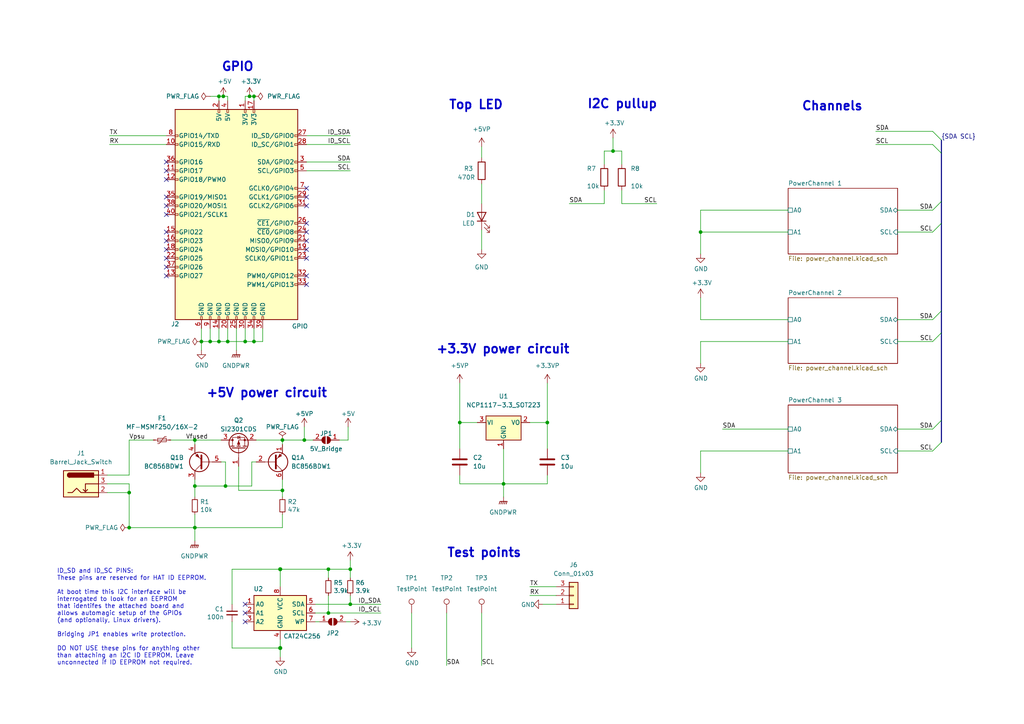
<source format=kicad_sch>
(kicad_sch (version 20211123) (generator eeschema)
  (paper "A4")
  (title_block (title "${DISPLAY_NAME}") (date "15 nov 2012") (rev "v${VERSION}") (comment 1 "URL: ${URL}"))
  (lib_symbols
    (symbol "Connector:Barrel_Jack_Switch" (pin_names hide)
      (property "Reference" "J" (at 0 5.334 0))
      (property "Value" "Barrel_Jack_Switch" (at 0 -5.08 0))
      (symbol "Barrel_Jack_Switch_0_1"
        (rectangle (start -5.08 3.81) (end 5.08 -3.81) (stroke (width 0.254)) (fill (type background)))
        (arc (start -3.302 3.175) (mid -3.937 2.54) (end -3.302 1.905) (stroke (width 0.254)))
        (arc (start -3.302 3.175) (mid -3.937 2.54) (end -3.302 1.905) (stroke (width 0.254)) (fill (type outline)))
        (polyline (pts (xy 1.27 -2.286) (xy 1.905 -1.651)) (stroke (width 0.254)))
        (polyline (pts (xy 5.08 2.54) (xy 3.81 2.54)) (stroke (width 0.254)))
        (polyline (pts (xy 5.08 0) (xy 1.27 0) (xy 1.27 -2.286) (xy 0.635 -1.651)) (stroke (width 0.254)))
        (polyline (pts (xy -3.81 -2.54) (xy -2.54 -2.54) (xy -1.27 -1.27) (xy 0 -2.54) (xy 2.54 -2.54) (xy 5.08 -2.54)) (stroke (width 0.254)))
        (rectangle (start 3.683 3.175) (end -3.302 1.905) (stroke (width 0.254)) (fill (type outline)))
      )
      (symbol "Barrel_Jack_Switch_1_1"
        (pin passive line (at 7.62 2.54 180) (length 2.54) (name "~") (number "1"))
        (pin passive line (at 7.62 -2.54 180) (length 2.54) (name "~") (number "2"))
        (pin passive line (at 7.62 0 180) (length 2.54) (name "~") (number "3"))
      )
    )
    (symbol "Connector:Raspberry_Pi_2_3" (pin_names (offset 1.016))
      (property "Reference" "J" (at -17.78 31.75 0))
      (property "Value" "Raspberry_Pi_2_3" (at 10.16 -31.75 0))
      (symbol "Raspberry_Pi_2_3_0_1"
        (rectangle (start -17.78 30.48) (end 17.78 -30.48) (stroke (width 0.254)) (fill (type background)))
      )
      (symbol "Raspberry_Pi_2_3_1_1"
        (rectangle (start -16.891 -17.526) (end -17.78 -18.034))
        (rectangle (start -16.891 -14.986) (end -17.78 -15.494))
        (rectangle (start -16.891 -12.446) (end -17.78 -12.954))
        (rectangle (start -16.891 -9.906) (end -17.78 -10.414))
        (rectangle (start -16.891 -7.366) (end -17.78 -7.874))
        (rectangle (start -16.891 -4.826) (end -17.78 -5.334))
        (rectangle (start -16.891 0.254) (end -17.78 -0.254))
        (rectangle (start -16.891 2.794) (end -17.78 2.286))
        (rectangle (start -16.891 5.334) (end -17.78 4.826))
        (rectangle (start -16.891 10.414) (end -17.78 9.906))
        (rectangle (start -16.891 12.954) (end -17.78 12.446))
        (rectangle (start -16.891 15.494) (end -17.78 14.986))
        (rectangle (start -16.891 20.574) (end -17.78 20.066))
        (rectangle (start -16.891 23.114) (end -17.78 22.606))
        (rectangle (start -10.414 -29.591) (end -9.906 -30.48))
        (rectangle (start -7.874 -29.591) (end -7.366 -30.48))
        (rectangle (start -5.334 -29.591) (end -4.826 -30.48))
        (rectangle (start -5.334 30.48) (end -4.826 29.591))
        (rectangle (start -2.794 -29.591) (end -2.286 -30.48))
        (rectangle (start -2.794 30.48) (end -2.286 29.591))
        (rectangle (start -0.254 -29.591) (end 0.254 -30.48))
        (rectangle (start 2.286 -29.591) (end 2.794 -30.48))
        (rectangle (start 2.286 30.48) (end 2.794 29.591))
        (rectangle (start 4.826 -29.591) (end 5.334 -30.48))
        (rectangle (start 4.826 30.48) (end 5.334 29.591))
        (rectangle (start 7.366 -29.591) (end 7.874 -30.48))
        (rectangle (start 17.78 -20.066) (end 16.891 -20.574))
        (rectangle (start 17.78 -17.526) (end 16.891 -18.034))
        (rectangle (start 17.78 -12.446) (end 16.891 -12.954))
        (rectangle (start 17.78 -9.906) (end 16.891 -10.414))
        (rectangle (start 17.78 -7.366) (end 16.891 -7.874))
        (rectangle (start 17.78 -4.826) (end 16.891 -5.334))
        (rectangle (start 17.78 -2.286) (end 16.891 -2.794))
        (rectangle (start 17.78 2.794) (end 16.891 2.286))
        (rectangle (start 17.78 5.334) (end 16.891 4.826))
        (rectangle (start 17.78 7.874) (end 16.891 7.366))
        (rectangle (start 17.78 12.954) (end 16.891 12.446))
        (rectangle (start 17.78 15.494) (end 16.891 14.986))
        (rectangle (start 17.78 20.574) (end 16.891 20.066))
        (rectangle (start 17.78 23.114) (end 16.891 22.606))
        (pin power_in line (at 2.54 33.02 270) (length 2.54) (name "3V3") (number "1"))
        (pin bidirectional line (at -20.32 20.32 0) (length 2.54) (name "GPIO15/RXD") (number "10"))
        (pin bidirectional line (at -20.32 12.7 0) (length 2.54) (name "GPIO17") (number "11"))
        (pin bidirectional line (at -20.32 10.16 0) (length 2.54) (name "GPIO18/PWM0") (number "12"))
        (pin bidirectional line (at -20.32 -17.78 0) (length 2.54) (name "GPIO27") (number "13"))
        (pin power_in line (at -5.08 -33.02 90) (length 2.54) (name "GND") (number "14"))
        (pin bidirectional line (at -20.32 -5.08 0) (length 2.54) (name "GPIO22") (number "15"))
        (pin bidirectional line (at -20.32 -7.62 0) (length 2.54) (name "GPIO23") (number "16"))
        (pin power_in line (at 5.08 33.02 270) (length 2.54) (name "3V3") (number "17"))
        (pin bidirectional line (at -20.32 -10.16 0) (length 2.54) (name "GPIO24") (number "18"))
        (pin bidirectional line (at 20.32 -10.16 180) (length 2.54) (name "MOSI0/GPIO10") (number "19"))
        (pin power_in line (at -5.08 33.02 270) (length 2.54) (name "5V") (number "2"))
        (pin power_in line (at -2.54 -33.02 90) (length 2.54) (name "GND") (number "20"))
        (pin bidirectional line (at 20.32 -7.62 180) (length 2.54) (name "MISO0/GPIO9") (number "21"))
        (pin bidirectional line (at -20.32 -12.7 0) (length 2.54) (name "GPIO25") (number "22"))
        (pin bidirectional line (at 20.32 -12.7 180) (length 2.54) (name "SCLK0/GPIO11") (number "23"))
        (pin bidirectional line (at 20.32 -5.08 180) (length 2.54) (name "~{CE0}/GPIO8") (number "24"))
        (pin power_in line (at 0 -33.02 90) (length 2.54) (name "GND") (number "25"))
        (pin bidirectional line (at 20.32 -2.54 180) (length 2.54) (name "~{CE1}/GPIO7") (number "26"))
        (pin bidirectional line (at 20.32 22.86 180) (length 2.54) (name "ID_SD/GPIO0") (number "27"))
        (pin bidirectional line (at 20.32 20.32 180) (length 2.54) (name "ID_SC/GPIO1") (number "28"))
        (pin bidirectional line (at 20.32 5.08 180) (length 2.54) (name "GCLK1/GPIO5") (number "29"))
        (pin bidirectional line (at 20.32 15.24 180) (length 2.54) (name "SDA/GPIO2") (number "3"))
        (pin power_in line (at 2.54 -33.02 90) (length 2.54) (name "GND") (number "30"))
        (pin bidirectional line (at 20.32 2.54 180) (length 2.54) (name "GCLK2/GPIO6") (number "31"))
        (pin bidirectional line (at 20.32 -17.78 180) (length 2.54) (name "PWM0/GPIO12") (number "32"))
        (pin bidirectional line (at 20.32 -20.32 180) (length 2.54) (name "PWM1/GPIO13") (number "33"))
        (pin power_in line (at 5.08 -33.02 90) (length 2.54) (name "GND") (number "34"))
        (pin bidirectional line (at -20.32 5.08 0) (length 2.54) (name "GPIO19/MISO1") (number "35"))
        (pin bidirectional line (at -20.32 15.24 0) (length 2.54) (name "GPIO16") (number "36"))
        (pin bidirectional line (at -20.32 -15.24 0) (length 2.54) (name "GPIO26") (number "37"))
        (pin bidirectional line (at -20.32 2.54 0) (length 2.54) (name "GPIO20/MOSI1") (number "38"))
        (pin power_in line (at 7.62 -33.02 90) (length 2.54) (name "GND") (number "39"))
        (pin power_in line (at -2.54 33.02 270) (length 2.54) (name "5V") (number "4"))
        (pin bidirectional line (at -20.32 0 0) (length 2.54) (name "GPIO21/SCLK1") (number "40"))
        (pin bidirectional line (at 20.32 12.7 180) (length 2.54) (name "SCL/GPIO3") (number "5"))
        (pin power_in line (at -10.16 -33.02 90) (length 2.54) (name "GND") (number "6"))
        (pin bidirectional line (at 20.32 7.62 180) (length 2.54) (name "GCLK0/GPIO4") (number "7"))
        (pin bidirectional line (at -20.32 22.86 0) (length 2.54) (name "GPIO14/TXD") (number "8"))
        (pin power_in line (at -7.62 -33.02 90) (length 2.54) (name "GND") (number "9"))
      )
    )
    (symbol "Connector:TestPoint" (pin_numbers hide) (pin_names (offset 0.762) hide)
      (property "Reference" "TP" (at 0 6.858 0))
      (property "Value" "TestPoint" (at 0 5.08 0))
      (symbol "TestPoint_0_1"
        (circle (center 0 3.302) (radius 0.762))
      )
      (symbol "TestPoint_1_1"
        (pin passive line (at 0 0 90) (length 2.54) (name "1") (number "1"))
      )
    )
    (symbol "Connector_Generic:Conn_01x03" (pin_names (offset 1.016) hide)
      (property "Reference" "J" (at 0 5.08 0))
      (property "Value" "Conn_01x03" (at 0 -5.08 0))
      (symbol "Conn_01x03_1_1"
        (rectangle (start -1.27 -2.413) (end 0 -2.667) (stroke (width 0.1524)))
        (rectangle (start -1.27 0.127) (end 0 -0.127) (stroke (width 0.1524)))
        (rectangle (start -1.27 2.667) (end 0 2.413) (stroke (width 0.1524)))
        (rectangle (start -1.27 3.81) (end 1.27 -3.81) (stroke (width 0.254)) (fill (type background)))
        (pin passive line (at -5.08 2.54 0) (length 3.81) (name "Pin_1") (number "1"))
        (pin passive line (at -5.08 0 0) (length 3.81) (name "Pin_2") (number "2"))
        (pin passive line (at -5.08 -2.54 0) (length 3.81) (name "Pin_3") (number "3"))
      )
    )
    (symbol "Device:C" (pin_numbers hide) (pin_names (offset 0.254))
      (property "Reference" "C" (at 0.635 2.54 0))
      (property "Value" "C" (at 0.635 -2.54 0))
      (symbol "C_0_1"
        (polyline (pts (xy -2.032 -0.762) (xy 2.032 -0.762)) (stroke (width 0.508)))
        (polyline (pts (xy -2.032 0.762) (xy 2.032 0.762)) (stroke (width 0.508)))
      )
      (symbol "C_1_1"
        (pin passive line (at 0 3.81 270) (length 2.794) (name "~") (number "1"))
        (pin passive line (at 0 -3.81 90) (length 2.794) (name "~") (number "2"))
      )
    )
    (symbol "Device:C_Small" (pin_numbers hide) (pin_names (offset 0.254) hide)
      (property "Reference" "C" (at 0.254 1.778 0))
      (property "Value" "C_Small" (at 0.254 -2.032 0))
      (symbol "C_Small_0_1"
        (polyline (pts (xy -1.524 -0.508) (xy 1.524 -0.508)) (stroke (width 0.3302)))
        (polyline (pts (xy -1.524 0.508) (xy 1.524 0.508)) (stroke (width 0.3048)))
      )
      (symbol "C_Small_1_1"
        (pin passive line (at 0 2.54 270) (length 2.032) (name "~") (number "1"))
        (pin passive line (at 0 -2.54 90) (length 2.032) (name "~") (number "2"))
      )
    )
    (symbol "Device:LED" (pin_numbers hide) (pin_names (offset 1.016) hide)
      (property "Reference" "D" (at 0 2.54 0))
      (property "Value" "LED" (at 0 -2.54 0))
      (symbol "LED_0_1"
        (polyline (pts (xy -1.27 -1.27) (xy -1.27 1.27)) (stroke (width 0.254)))
        (polyline (pts (xy -1.27 0) (xy 1.27 0)))
        (polyline (pts (xy 1.27 -1.27) (xy 1.27 1.27) (xy -1.27 0) (xy 1.27 -1.27)) (stroke (width 0.254)))
        (polyline (pts (xy -3.048 -0.762) (xy -4.572 -2.286) (xy -3.81 -2.286) (xy -4.572 -2.286) (xy -4.572 -1.524)))
        (polyline (pts (xy -1.778 -0.762) (xy -3.302 -2.286) (xy -2.54 -2.286) (xy -3.302 -2.286) (xy -3.302 -1.524)))
      )
      (symbol "LED_1_1"
        (pin passive line (at -3.81 0 0) (length 2.54) (name "K") (number "1"))
        (pin passive line (at 3.81 0 180) (length 2.54) (name "A") (number "2"))
      )
    )
    (symbol "Device:Polyfuse_Small" (pin_numbers hide) (pin_names (offset 0))
      (property "Reference" "F" (at -1.905 0 90))
      (property "Value" "Polyfuse_Small" (at 1.905 0 90))
      (symbol "Polyfuse_Small_0_1"
        (rectangle (start -0.508 1.27) (end 0.508 -1.27))
        (polyline (pts (xy 0 2.54) (xy 0 -2.54)))
        (polyline (pts (xy -1.016 1.27) (xy -1.016 0.762) (xy 1.016 -0.762) (xy 1.016 -1.27)))
      )
      (symbol "Polyfuse_Small_1_1"
        (pin passive line (at 0 2.54 270) (length 0.635) (name "~") (number "1"))
        (pin passive line (at 0 -2.54 90) (length 0.635) (name "~") (number "2"))
      )
    )
    (symbol "Device:R" (pin_numbers hide) (pin_names (offset 0))
      (property "Reference" "R" (at 2.032 0 90))
      (property "Value" "R" (at 0 0 90))
      (symbol "R_0_1"
        (rectangle (start -1.016 -2.54) (end 1.016 2.54) (stroke (width 0.254)))
      )
      (symbol "R_1_1"
        (pin passive line (at 0 3.81 270) (length 1.27) (name "~") (number "1"))
        (pin passive line (at 0 -3.81 90) (length 1.27) (name "~") (number "2"))
      )
    )
    (symbol "Device:R_Small" (pin_numbers hide) (pin_names (offset 0.254) hide)
      (property "Reference" "R" (at 0.762 0.508 0))
      (property "Value" "R_Small" (at 0.762 -1.016 0))
      (symbol "R_Small_0_1"
        (rectangle (start -0.762 1.778) (end 0.762 -1.778) (stroke (width 0.2032)))
      )
      (symbol "R_Small_1_1"
        (pin passive line (at 0 2.54 270) (length 0.762) (name "~") (number "1"))
        (pin passive line (at 0 -2.54 90) (length 0.762) (name "~") (number "2"))
      )
    )
    (symbol "Jumper:SolderJumper_2_Open" (pin_names (offset 0) hide)
      (property "Reference" "JP" (at 0 2.032 0))
      (property "Value" "SolderJumper_2_Open" (at 0 -2.54 0))
      (symbol "SolderJumper_2_Open_0_1"
        (arc (start -0.254 1.016) (mid -1.27 0) (end -0.254 -1.016))
        (arc (start -0.254 1.016) (mid -1.27 0) (end -0.254 -1.016) (fill (type outline)))
        (polyline (pts (xy -0.254 1.016) (xy -0.254 -1.016)))
        (polyline (pts (xy 0.254 1.016) (xy 0.254 -1.016)))
        (arc (start 0.254 -1.016) (mid 1.27 0) (end 0.254 1.016))
        (arc (start 0.254 -1.016) (mid 1.27 0) (end 0.254 1.016) (fill (type outline)))
      )
      (symbol "SolderJumper_2_Open_1_1"
        (pin passive line (at -3.81 0 0) (length 2.54) (name "A") (number "1"))
        (pin passive line (at 3.81 0 180) (length 2.54) (name "B") (number "2"))
      )
    )
    (symbol "Memory_EEPROM:CAT24C256"
      (property "Reference" "U" (at -6.35 6.35 0))
      (property "Value" "CAT24C256" (at 1.27 6.35 0))
      (symbol "CAT24C256_1_1"
        (rectangle (start -7.62 5.08) (end 7.62 -5.08) (stroke (width 0.254)) (fill (type background)))
        (pin input line (at -10.16 2.54 0) (length 2.54) (name "A0") (number "1"))
        (pin input line (at -10.16 0 0) (length 2.54) (name "A1") (number "2"))
        (pin input line (at -10.16 -2.54 0) (length 2.54) (name "A2") (number "3"))
        (pin power_in line (at 0 -7.62 90) (length 2.54) (name "GND") (number "4"))
        (pin bidirectional line (at 10.16 2.54 180) (length 2.54) (name "SDA") (number "5"))
        (pin input line (at 10.16 0 180) (length 2.54) (name "SCL") (number "6"))
        (pin input line (at 10.16 -2.54 180) (length 2.54) (name "WP") (number "7"))
        (pin power_in line (at 0 7.62 270) (length 2.54) (name "VCC") (number "8"))
      )
    )
    (symbol "Regulator_Linear:NCP1117-3.3_SOT223" (pin_names (offset 0.254))
      (property "Reference" "U" (at -3.81 3.175 0))
      (property "Value" "NCP1117-3.3_SOT223" (at 0 3.175 0))
      (symbol "NCP1117-3.3_SOT223_0_1"
        (rectangle (start -5.08 -5.08) (end 5.08 1.905) (stroke (width 0.254)) (fill (type background)))
      )
      (symbol "NCP1117-3.3_SOT223_1_1"
        (pin power_in line (at 0 -7.62 90) (length 2.54) (name "GND") (number "1"))
        (pin power_out line (at 7.62 0 180) (length 2.54) (name "VO") (number "2"))
        (pin power_in line (at -7.62 0 0) (length 2.54) (name "VI") (number "3"))
      )
    )
    (symbol "Transistor_BJT:BC856BDW1" (pin_names (offset 0) hide)
      (property "Reference" "Q" (at 5.08 1.27 0))
      (property "Value" "BC856BDW1" (at 5.08 -1.27 0))
      (symbol "BC856BDW1_0_1"
        (polyline (pts (xy 0.635 0) (xy -2.54 0)))
        (polyline (pts (xy 0.635 0.635) (xy 2.54 2.54)))
        (polyline (pts (xy 0.635 -0.635) (xy 2.54 -2.54) (xy 2.54 -2.54)))
        (polyline (pts (xy 0.635 1.905) (xy 0.635 -1.905) (xy 0.635 -1.905)) (stroke (width 0.508)))
        (polyline (pts (xy 2.286 -1.778) (xy 1.778 -2.286) (xy 1.27 -1.27) (xy 2.286 -1.778) (xy 2.286 -1.778)) (fill (type outline)))
        (circle (center 1.27 0) (radius 2.8194) (stroke (width 0.254)))
      )
      (symbol "BC856BDW1_1_1"
        (pin passive line (at 2.54 -5.08 90) (length 2.54) (name "E1") (number "1"))
        (pin input line (at -5.08 0 0) (length 2.54) (name "B1") (number "2"))
        (pin passive line (at 2.54 5.08 270) (length 2.54) (name "C1") (number "6"))
      )
      (symbol "BC856BDW1_2_1"
        (pin passive line (at 2.54 5.08 270) (length 2.54) (name "C2") (number "3"))
        (pin passive line (at 2.54 -5.08 90) (length 2.54) (name "E2") (number "4"))
        (pin input line (at -5.08 0 0) (length 2.54) (name "B2") (number "5"))
      )
    )
    (symbol "power:+3.3V" (power) (pin_names (offset 0))
      (property "Value" "+3.3V" (at 0 3.556 0))
      (symbol "+3.3V_0_1"
        (polyline (pts (xy -0.762 1.27) (xy 0 2.54)))
        (polyline (pts (xy 0 0) (xy 0 2.54)))
        (polyline (pts (xy 0 2.54) (xy 0.762 1.27)))
      )
      (symbol "+3.3V_1_1"
        (pin power_in line (at 0 0 90) (length 0) hide (name "+3.3V") (number "1"))
      )
    )
    (symbol "power:+3.3VP" (power) (pin_names (offset 0))
      (property "Value" "+3.3VP" (at 0 2.54 0))
      (symbol "+3.3VP_0_0"
        (pin power_in line (at 0 0 90) (length 0) hide (name "+3.3VP") (number "1"))
      )
      (symbol "+3.3VP_0_1"
        (polyline (pts (xy -0.762 1.27) (xy 0 2.54)))
        (polyline (pts (xy 0 0) (xy 0 2.54)))
        (polyline (pts (xy 0 2.54) (xy 0.762 1.27)))
      )
    )
    (symbol "power:+5V" (power) (pin_names (offset 0))
      (property "Value" "+5V" (at 0 3.556 0))
      (symbol "+5V_0_1"
        (polyline (pts (xy -0.762 1.27) (xy 0 2.54)))
        (polyline (pts (xy 0 0) (xy 0 2.54)))
        (polyline (pts (xy 0 2.54) (xy 0.762 1.27)))
      )
      (symbol "+5V_1_1"
        (pin power_in line (at 0 0 90) (length 0) hide (name "+5V") (number "1"))
      )
    )
    (symbol "power:+5VP" (power) (pin_names (offset 0))
      (property "Value" "+5VP" (at 0 3.556 0))
      (symbol "+5VP_0_1"
        (polyline (pts (xy -0.762 1.27) (xy 0 2.54)))
        (polyline (pts (xy 0 0) (xy 0 2.54)))
        (polyline (pts (xy 0 2.54) (xy 0.762 1.27)))
      )
      (symbol "+5VP_1_1"
        (pin power_in line (at 0 0 90) (length 0) hide (name "+5VP") (number "1"))
      )
    )
    (symbol "power:GND" (power) (pin_names (offset 0))
      (property "Value" "GND" (at 0 -3.81 0))
      (symbol "GND_0_1"
        (polyline (pts (xy 0 0) (xy 0 -1.27) (xy 1.27 -1.27) (xy 0 -2.54) (xy -1.27 -1.27) (xy 0 -1.27)))
      )
      (symbol "GND_1_1"
        (pin power_in line (at 0 0 270) (length 0) hide (name "GND") (number "1"))
      )
    )
    (symbol "power:GNDPWR" (power) (pin_names (offset 0))
      (property "Value" "GNDPWR" (at 0 -3.302 0))
      (symbol "GNDPWR_0_1"
        (polyline (pts (xy 0 -1.27) (xy 0 0)))
        (polyline (pts (xy -1.016 -1.27) (xy -1.27 -2.032) (xy -1.27 -2.032)) (stroke (width 0.2032)))
        (polyline (pts (xy -0.508 -1.27) (xy -0.762 -2.032) (xy -0.762 -2.032)) (stroke (width 0.2032)))
        (polyline (pts (xy 0 -1.27) (xy -0.254 -2.032) (xy -0.254 -2.032)) (stroke (width 0.2032)))
        (polyline (pts (xy 0.508 -1.27) (xy 0.254 -2.032) (xy 0.254 -2.032)) (stroke (width 0.2032)))
        (polyline (pts (xy 1.016 -1.27) (xy -1.016 -1.27) (xy -1.016 -1.27)) (stroke (width 0.2032)))
        (polyline (pts (xy 1.016 -1.27) (xy 0.762 -2.032) (xy 0.762 -2.032) (xy 0.762 -2.032)) (stroke (width 0.2032)))
      )
      (symbol "GNDPWR_1_1"
        (pin power_in line (at 0 0 270) (length 0) hide (name "GNDPWR") (number "1"))
      )
    )
    (symbol "power:PWR_FLAG" (power) (pin_numbers hide) (pin_names (offset 0) hide)
      (property "Value" "PWR_FLAG" (at 0 3.81 0))
      (symbol "PWR_FLAG_0_0"
        (pin power_out line (at 0 0 90) (length 0) (name "pwr") (number "1"))
      )
      (symbol "PWR_FLAG_0_1"
        (polyline (pts (xy 0 0) (xy 0 1.27) (xy -1.016 1.905) (xy 0 2.54) (xy 1.016 1.905) (xy 0 1.27)))
      )
    )
    (symbol "shared_components:P-Channel_MOSFET,_SOT-23" (pin_names hide)
      (property "Reference" "Q" (at 5.08 1.905 0))
      (property "Value" "P-Channel_MOSFET,_SOT-23" (at 5.08 0 0))
      (symbol "P-Channel_MOSFET,_SOT-23_0_1"
        (polyline (pts (xy 0.254 0) (xy -2.54 0)))
        (polyline (pts (xy 0.254 1.905) (xy 0.254 -1.905)) (stroke (width 0.254)))
        (polyline (pts (xy 0.762 -1.27) (xy 0.762 -2.286)) (stroke (width 0.254)))
        (polyline (pts (xy 0.762 0.508) (xy 0.762 -0.508)) (stroke (width 0.254)))
        (polyline (pts (xy 0.762 2.286) (xy 0.762 1.27)) (stroke (width 0.254)))
        (polyline (pts (xy 2.54 2.54) (xy 2.54 1.778)))
        (polyline (pts (xy 2.54 -2.54) (xy 2.54 0) (xy 0.762 0)))
        (polyline (pts (xy 0.762 1.778) (xy 3.302 1.778) (xy 3.302 -1.778) (xy 0.762 -1.778)))
        (polyline (pts (xy 2.286 0) (xy 1.27 0.381) (xy 1.27 -0.381) (xy 2.286 0)) (fill (type outline)))
        (polyline (pts (xy 2.794 -0.508) (xy 2.921 -0.381) (xy 3.683 -0.381) (xy 3.81 -0.254)))
        (polyline (pts (xy 3.302 -0.381) (xy 2.921 0.254) (xy 3.683 0.254) (xy 3.302 -0.381)))
        (circle (center 1.651 0) (radius 2.794) (stroke (width 0.254)))
        (circle (center 2.54 -1.778) (radius 0.254) (fill (type outline)))
        (circle (center 2.54 1.778) (radius 0.254) (fill (type outline)))
      )
      (symbol "P-Channel_MOSFET,_SOT-23_1_1"
        (pin input line (at -5.08 0 0) (length 2.54) (name "G") (number "1"))
        (pin passive line (at 2.54 -5.08 90) (length 2.54) (name "S") (number "2"))
        (pin passive line (at 2.54 5.08 270) (length 2.54) (name "D") (number "3"))
      )
    )
  )
  (junction (at 203.2 67.31))
  (junction (at 81.28 187.96) (diameter 1.016))
  (junction (at 71.12 99.06))
  (junction (at 63.5 99.06))
  (junction (at 81.28 165.1) (diameter 1.016))
  (junction (at 81.915 127.635))
  (junction (at 73.66 99.06))
  (junction (at 66.04 99.06))
  (junction (at 56.515 140.97))
  (junction (at 65.405 140.97))
  (junction (at 64.77 27.94))
  (junction (at 146.05 140.335))
  (junction (at 72.39 27.94))
  (junction (at 73.66 27.94))
  (junction (at 88.265 127.635))
  (junction (at 158.75 122.555))
  (junction (at 56.515 127.635))
  (junction (at 60.96 99.06))
  (junction (at 56.515 153.035))
  (junction (at 95.25 165.1))
  (junction (at 37.465 142.875))
  (junction (at 63.5 27.94))
  (junction (at 58.42 99.06))
  (junction (at 81.915 142.24))
  (junction (at 133.35 122.555))
  (junction (at 37.465 153.035))
  (junction (at 177.8 43.815))
  (junction (at 95.25 177.8))
  (junction (at 101.6 175.26))
  (junction (at 101.6 165.1))
  (no_connect (at 71.12 175.26))
  (no_connect (at 71.12 177.8))
  (no_connect (at 71.12 180.34))
  (no_connect (at 88.9 59.69))
  (no_connect (at 88.9 57.15))
  (no_connect (at 88.9 54.61))
  (no_connect (at 48.26 77.47))
  (no_connect (at 48.26 72.39))
  (no_connect (at 48.26 74.93))
  (no_connect (at 48.26 46.99))
  (no_connect (at 48.26 52.07))
  (no_connect (at 48.26 57.15))
  (no_connect (at 48.26 59.69))
  (no_connect (at 48.26 62.23))
  (no_connect (at 88.9 82.55))
  (no_connect (at 88.9 80.01))
  (no_connect (at 88.9 74.93))
  (no_connect (at 88.9 72.39))
  (no_connect (at 88.9 69.85))
  (no_connect (at 88.9 67.31))
  (no_connect (at 88.9 64.77))
  (no_connect (at 48.26 80.01))
  (no_connect (at 48.26 49.53))
  (no_connect (at 48.26 67.31))
  (no_connect (at 48.26 69.85))
  (bus_entry (at 273.05 64.77) (size -2.54 2.54))
  (bus_entry (at 270.51 41.91) (size 2.54 2.54))
  (bus_entry (at 270.51 38.1) (size 2.54 2.54))
  (bus_entry (at 273.05 96.52) (size -2.54 2.54))
  (bus_entry (at 273.05 58.42) (size -2.54 2.54))
  (bus_entry (at 273.05 128.27) (size -2.54 2.54))
  (bus_entry (at 273.05 121.92) (size -2.54 2.54))
  (bus_entry (at 273.05 90.17) (size -2.54 2.54))
  (wire (pts (xy 69.215 142.24) (xy 81.915 142.24)))
  (wire (pts (xy 73.025 140.97) (xy 65.405 140.97)))
  (wire (pts (xy 88.265 123.825) (xy 88.265 127.635)))
  (wire (pts (xy 81.28 165.1) (xy 95.25 165.1)))
  (wire (pts (xy 95.25 167.64) (xy 95.25 165.1)))
  (wire (pts (xy 260.35 99.06) (xy 270.51 99.06)))
  (wire (pts (xy 157.48 175.26) (xy 161.29 175.26)))
  (wire (pts (xy 203.2 99.06) (xy 203.2 105.41)))
  (wire (pts (xy 56.515 153.035) (xy 81.915 153.035)))
  (wire (pts (xy 139.7 177.8) (xy 139.7 193.04)))
  (wire (pts (xy 81.915 153.035) (xy 81.915 149.225)))
  (wire (pts (xy 88.9 49.53) (xy 101.6 49.53)))
  (wire (pts (xy 66.04 27.94) (xy 66.04 29.21)))
  (bus (pts (xy 273.05 121.92) (xy 273.05 128.27)))
  (wire (pts (xy 119.38 177.8) (xy 119.38 187.96)))
  (wire (pts (xy 133.35 122.555) (xy 138.43 122.555)))
  (wire (pts (xy 76.2 99.06) (xy 76.2 95.25)))
  (wire (pts (xy 146.05 130.175) (xy 146.05 140.335)))
  (wire (pts (xy 260.35 92.71) (xy 270.51 92.71)))
  (wire (pts (xy 158.75 122.555) (xy 158.75 130.175)))
  (wire (pts (xy 65.405 133.985) (xy 65.405 140.97)))
  (wire (pts (xy 133.35 122.555) (xy 133.35 130.175)))
  (wire (pts (xy 260.35 130.81) (xy 270.51 130.81)))
  (wire (pts (xy 56.515 127.635) (xy 64.135 127.635)))
  (bus (pts (xy 273.05 58.42) (xy 273.05 64.77)))
  (wire (pts (xy 91.44 175.26) (xy 101.6 175.26)))
  (wire (pts (xy 64.77 27.94) (xy 66.04 27.94)))
  (wire (pts (xy 81.915 127.635) (xy 81.915 128.905)))
  (wire (pts (xy 91.44 180.34) (xy 92.71 180.34)))
  (wire (pts (xy 100.33 180.34) (xy 101.6 180.34)))
  (wire (pts (xy 31.115 142.875) (xy 37.465 142.875)))
  (bus (pts (xy 273.05 90.17) (xy 273.05 96.52)))
  (wire (pts (xy 31.75 41.91) (xy 48.26 41.91)))
  (wire (pts (xy 63.5 27.94) (xy 64.77 27.94)))
  (wire (pts (xy 37.465 127.635) (xy 44.45 127.635)))
  (wire (pts (xy 95.25 177.8) (xy 110.49 177.8)))
  (wire (pts (xy 37.465 142.875) (xy 37.465 153.035)))
  (wire (pts (xy 73.66 99.06) (xy 76.2 99.06)))
  (wire (pts (xy 60.96 95.25) (xy 60.96 99.06)))
  (wire (pts (xy 71.12 99.06) (xy 73.66 99.06)))
  (wire (pts (xy 56.515 140.97) (xy 65.405 140.97)))
  (wire (pts (xy 203.2 67.31) (xy 203.2 73.66)))
  (wire (pts (xy 203.2 60.96) (xy 228.6 60.96)))
  (wire (pts (xy 180.34 43.815) (xy 180.34 47.625)))
  (wire (pts (xy 37.465 140.335) (xy 37.465 142.875)))
  (wire (pts (xy 73.66 95.25) (xy 73.66 99.06)))
  (wire (pts (xy 63.5 99.06) (xy 66.04 99.06)))
  (wire (pts (xy 101.6 162.56) (xy 101.6 165.1)))
  (wire (pts (xy 68.58 95.25) (xy 68.58 101.6)))
  (wire (pts (xy 146.05 140.335) (xy 158.75 140.335)))
  (wire (pts (xy 254 38.1) (xy 270.51 38.1)))
  (wire (pts (xy 203.2 60.96) (xy 203.2 67.31)))
  (wire (pts (xy 81.28 165.1) (xy 81.28 170.18)))
  (wire (pts (xy 95.25 172.72) (xy 95.25 177.8)))
  (wire (pts (xy 129.54 177.8) (xy 129.54 193.04)))
  (wire (pts (xy 254 41.91) (xy 270.51 41.91)))
  (wire (pts (xy 63.5 95.25) (xy 63.5 99.06)))
  (wire (pts (xy 203.2 92.71) (xy 228.6 92.71)))
  (wire (pts (xy 175.26 59.055) (xy 175.26 55.245)))
  (wire (pts (xy 56.515 149.225) (xy 56.515 153.035)))
  (wire (pts (xy 180.34 59.055) (xy 180.34 55.245)))
  (wire (pts (xy 133.35 111.125) (xy 133.35 122.555)))
  (wire (pts (xy 66.04 99.06) (xy 71.12 99.06)))
  (wire (pts (xy 71.12 29.21) (xy 71.12 27.94)))
  (wire (pts (xy 31.75 39.37) (xy 48.26 39.37)))
  (wire (pts (xy 139.7 53.34) (xy 139.7 59.055)))
  (wire (pts (xy 60.96 99.06) (xy 63.5 99.06)))
  (wire (pts (xy 98.425 127.635) (xy 100.965 127.635)))
  (wire (pts (xy 260.35 60.96) (xy 270.51 60.96)))
  (wire (pts (xy 81.915 139.065) (xy 81.915 142.24)))
  (wire (pts (xy 72.39 27.94) (xy 73.66 27.94)))
  (bus (pts (xy 273.05 44.45) (xy 273.05 58.42)))
  (wire (pts (xy 31.115 137.795) (xy 37.465 137.795)))
  (wire (pts (xy 101.6 165.1) (xy 101.6 167.64)))
  (wire (pts (xy 133.35 137.795) (xy 133.35 140.335)))
  (wire (pts (xy 203.2 130.81) (xy 228.6 130.81)))
  (wire (pts (xy 37.465 137.795) (xy 37.465 127.635)))
  (bus (pts (xy 273.05 64.77) (xy 273.05 90.17)))
  (wire (pts (xy 101.6 172.72) (xy 101.6 175.26)))
  (wire (pts (xy 139.7 66.675) (xy 139.7 72.39)))
  (wire (pts (xy 91.44 177.8) (xy 95.25 177.8)))
  (wire (pts (xy 146.05 140.335) (xy 146.05 144.145)))
  (wire (pts (xy 165.1 59.055) (xy 175.26 59.055)))
  (wire (pts (xy 88.9 46.99) (xy 101.6 46.99)))
  (wire (pts (xy 139.7 42.545) (xy 139.7 45.72)))
  (wire (pts (xy 101.6 175.26) (xy 110.49 175.26)))
  (wire (pts (xy 69.215 142.24) (xy 69.215 135.255)))
  (wire (pts (xy 88.9 41.91) (xy 101.6 41.91)))
  (wire (pts (xy 66.04 95.25) (xy 66.04 99.06)))
  (bus (pts (xy 273.05 40.64) (xy 273.05 44.45)))
  (wire (pts (xy 203.2 99.06) (xy 228.6 99.06)))
  (wire (pts (xy 203.2 130.81) (xy 203.2 137.16)))
  (wire (pts (xy 65.405 133.985) (xy 64.135 133.985)))
  (wire (pts (xy 209.55 124.46) (xy 228.6 124.46)))
  (wire (pts (xy 56.515 153.035) (xy 56.515 156.845)))
  (wire (pts (xy 58.42 99.06) (xy 58.42 101.6)))
  (wire (pts (xy 81.915 127.635) (xy 88.265 127.635)))
  (wire (pts (xy 73.66 27.94) (xy 73.66 29.21)))
  (wire (pts (xy 88.9 39.37) (xy 101.6 39.37)))
  (wire (pts (xy 175.26 47.625) (xy 175.26 43.815)))
  (wire (pts (xy 71.12 27.94) (xy 72.39 27.94)))
  (wire (pts (xy 158.75 111.125) (xy 158.75 122.555)))
  (wire (pts (xy 161.29 172.72) (xy 153.67 172.72)))
  (wire (pts (xy 31.115 140.335) (xy 37.465 140.335)))
  (wire (pts (xy 81.915 142.24) (xy 81.915 144.145)))
  (wire (pts (xy 63.5 29.21) (xy 63.5 27.94)))
  (wire (pts (xy 37.465 153.035) (xy 56.515 153.035)))
  (wire (pts (xy 158.75 137.795) (xy 158.75 140.335)))
  (wire (pts (xy 133.35 140.335) (xy 146.05 140.335)))
  (wire (pts (xy 58.42 99.06) (xy 60.96 99.06)))
  (wire (pts (xy 88.265 127.635) (xy 90.805 127.635)))
  (wire (pts (xy 67.31 165.1) (xy 67.31 175.26)))
  (wire (pts (xy 67.31 180.34) (xy 67.31 187.96)))
  (wire (pts (xy 67.31 187.96) (xy 81.28 187.96)))
  (wire (pts (xy 81.28 165.1) (xy 67.31 165.1)))
  (wire (pts (xy 58.42 95.25) (xy 58.42 99.06)))
  (wire (pts (xy 56.515 139.065) (xy 56.515 140.97)))
  (wire (pts (xy 161.29 170.18) (xy 153.67 170.18)))
  (wire (pts (xy 73.025 133.985) (xy 74.295 133.985)))
  (wire (pts (xy 81.28 185.42) (xy 81.28 187.96)))
  (wire (pts (xy 81.28 187.96) (xy 81.28 190.5)))
  (wire (pts (xy 56.515 140.97) (xy 56.515 144.145)))
  (wire (pts (xy 175.26 43.815) (xy 177.8 43.815)))
  (wire (pts (xy 177.8 40.005) (xy 177.8 43.815)))
  (wire (pts (xy 71.12 95.25) (xy 71.12 99.06)))
  (wire (pts (xy 203.2 86.36) (xy 203.2 92.71)))
  (wire (pts (xy 100.965 123.825) (xy 100.965 127.635)))
  (wire (pts (xy 177.8 43.815) (xy 180.34 43.815)))
  (wire (pts (xy 74.295 127.635) (xy 81.915 127.635)))
  (wire (pts (xy 190.5 59.055) (xy 180.34 59.055)))
  (wire (pts (xy 95.25 165.1) (xy 101.6 165.1)))
  (wire (pts (xy 63.5 27.94) (xy 60.96 27.94)))
  (wire (pts (xy 153.67 122.555) (xy 158.75 122.555)))
  (bus (pts (xy 273.05 96.52) (xy 273.05 121.92)))
  (wire (pts (xy 56.515 127.635) (xy 56.515 128.905)))
  (wire (pts (xy 49.53 127.635) (xy 56.515 127.635)))
  (wire (pts (xy 73.025 140.97) (xy 73.025 133.985)))
  (wire (pts (xy 203.2 67.31) (xy 228.6 67.31)))
  (wire (pts (xy 260.35 124.46) (xy 270.51 124.46)))
  (wire (pts (xy 260.35 67.31) (xy 270.51 67.31)))
  (text "+5V power circuit" (at 59.69 115.57 0) (effects (font (size 2.54 2.54) (thickness 0.508) bold) (justify left bottom)))
  (text "GPIO" (at 64.135 20.955 0) (effects (font (size 2.54 2.54) (thickness 0.508) bold) (justify left bottom)))
  (text "ID_SD and ID_SC PINS:\nThese pins are reserved for HAT ID EEPROM.\n\nAt boot time this I2C interface will be\ninterrogated to look for an EEPROM\nthat identifes the attached board and\nallows automagic setup of the GPIOs\n(and optionally, Linux drivers).\n\nBridging JP1 enables write protection.\n\nDO NOT USE these pins for anything other\nthan attaching an I2C ID EEPROM. Leave\nunconnected if ID EEPROM not required." (at 16.51 193.04 0) (effects (font (size 1.27 1.27)) (justify left bottom)))
  (text "Top LED" (at 130.048 32.004 0) (effects (font (size 2.54 2.54) (thickness 0.508) bold) (justify left bottom)))
  (text "Test points" (at 129.54 161.925 0) (effects (font (size 2.54 2.54) (thickness 0.508) bold) (justify left bottom)))
  (text "I2C pullup" (at 170.18 31.75 0) (effects (font (size 2.54 2.54) (thickness 0.508) bold) (justify left bottom)))
  (text "+3.3V power circuit" (at 126.365 102.87 0) (effects (font (size 2.54 2.54) (thickness 0.508) bold) (justify left bottom)))
  (text "Channels" (at 232.41 32.385 0) (effects (font (size 2.54 2.54) (thickness 0.508) bold) (justify left bottom)))
  (label "ID_SDA" (at 101.6 39.37 180))
  (label "{SDA SCL}" (at 273.05 40.64 0))
  (label "Vpsu" (at 37.465 127.635 0))
  (label "SDA" (at 254 38.1 0))
  (label "ID_SDA" (at 110.49 175.26 180))
  (label "SCL" (at 270.51 130.81 180))
  (label "SDA" (at 129.54 193.04 0))
  (label "ID_SCL" (at 101.6 41.91 180))
  (label "SCL" (at 190.5 59.055 180))
  (label "SCL" (at 254 41.91 0))
  (label "TX" (at 153.67 170.18 0))
  (label "SCL" (at 139.7 193.04 0))
  (label "SCL" (at 270.51 67.31 180))
  (label "TX" (at 31.75 39.37 0))
  (label "SDA" (at 165.1 59.055 0))
  (label "SDA" (at 270.51 60.96 180))
  (label "RX" (at 31.75 41.91 0))
  (label "SDA" (at 270.51 124.46 180))
  (label "SCL" (at 270.51 99.06 180))
  (label "SDA" (at 270.51 92.71 180))
  (label "SDA" (at 101.6 46.99 180))
  (label "SCL" (at 101.6 49.53 180))
  (label "ID_SCL" (at 110.49 177.8 180))
  (label "SDA" (at 209.55 124.46 0))
  (label "RX" (at 153.67 172.72 0))
  (label "Vfused" (at 60.325 127.635 180))
  (symbol (lib_id "power:+5V") (at 64.77 27.94 0) (unit 1)
    (property "Reference" "#PWR02" (effects hide))
    (property "Value" "+5V" (at 65.1383 23.6156 0))
  )
  (symbol (lib_id "power:+3.3V") (at 72.39 27.94 0) (unit 1)
    (property "Reference" "#PWR04" (effects hide))
    (property "Value" "+3.3V" (at 72.7583 23.6156 0))
  )
  (symbol (lib_id "Connector:Raspberry_Pi_2_3") (at 68.58 62.23 0) (unit 1)
    (property "Reference" "J2" (at 50.8 93.98 0))
    (property "Value" "GPIO" (at 86.995 94.615 0))
    (property "Footprint" "Connector_PinSocket_2.54mm:PinSocket_2x20_P2.54mm_Vertical" (effects hide))
    (property "Datasheet" "https://www.raspberrypi.org/documentation/hardware/raspberrypi/schematics/rpi_SCH_3bplus_1p0_reduced.pdf" (effects hide))
  )
  (symbol (lib_id "Regulator_Linear:NCP1117-3.3_SOT223") (at 146.05 122.555 0) (unit 1)
    (property "Reference" "U1" (at 146.05 114.935 0))
    (property "Value" "NCP1117-3.3_SOT223" (at 146.05 117.475 0))
    (property "Footprint" "Package_TO_SOT_SMD:SOT-223-3_TabPin2" (effects hide))
    (property "Datasheet" "http://www.onsemi.com/pub_link/Collateral/NCP1117-D.PDF" (effects hide))
  )
  (symbol (lib_id "power:+5VP") (at 139.7 42.545 0) (unit 1)
    (property "Reference" "#PWR011" (effects hide))
    (property "Value" "+5VP" (at 139.7 37.465 0))
  )
  (symbol (lib_id "Device:C") (at 133.35 133.985 0) (unit 1)
    (property "Reference" "C2" (at 137.16 132.7149 0) (effects (justify left)))
    (property "Value" "10u" (at 137.16 135.2549 0) (effects (justify left)))
    (property "Footprint" "Capacitor_SMD:C_0805_2012Metric_Pad1.18x1.45mm_HandSolder" (effects hide))
  )
  (symbol (lib_id "power:GND") (at 119.38 187.96 0) (unit 1)
    (property "Reference" "#PWR010" (effects hide))
    (property "Value" "GND" (at 119.4943 192.2844 0))
  )
  (symbol (lib_id "Device:C") (at 158.75 133.985 0) (unit 1)
    (property "Reference" "C3" (at 162.56 132.7149 0) (effects (justify left)))
    (property "Value" "10u" (at 162.56 135.2549 0) (effects (justify left)))
    (property "Footprint" "Capacitor_SMD:C_0805_2012Metric_Pad1.18x1.45mm_HandSolder" (effects hide))
  )
  (symbol (lib_id "power:+3.3V") (at 177.8 40.005 0) (unit 1)
    (property "Reference" "#PWR017" (effects hide))
    (property "Value" "+3.3V" (at 178.1683 35.6806 0))
  )
  (symbol (lib_id "Device:C_Small") (at 67.31 177.8 0) (unit 1)
    (property "Reference" "C1" (at 64.9858 176.6506 0) (effects (justify right)))
    (property "Value" "100n" (at 64.9858 178.9493 0) (effects (justify right)))
    (property "Footprint" "Capacitor_SMD:C_0805_2012Metric_Pad1.18x1.45mm_HandSolder" (effects hide))
  )
  (symbol (lib_id "power:GND") (at 203.2 73.66 0) (unit 1)
    (property "Reference" "#PWR018" (effects hide))
    (property "Value" "GND" (at 203.3143 77.9844 0))
  )
  (symbol (lib_id "power:GNDPWR") (at 68.58 101.6 0) (unit 1)
    (property "Reference" "#PWR0103" (effects hide))
    (property "Value" "GNDPWR" (at 68.453 106.045 0))
  )
  (symbol (lib_id "power:GND") (at 139.7 72.39 0) (unit 1)
    (property "Reference" "#PWR012" (effects hide))
    (property "Value" "GND" (at 139.7 77.47 0))
  )
  (symbol (lib_id "Device:R_Small") (at 101.6 170.18 0) (unit 1)
    (property "Reference" "R6" (at 103.0986 169.037 0) (effects (justify left)))
    (property "Value" "3.9k" (at 103.0987 171.3293 0) (effects (justify left)))
    (property "Footprint" "Resistor_SMD:R_0805_2012Metric_Pad1.20x1.40mm_HandSolder" (effects hide))
  )
  (symbol (lib_id "power:+5VP") (at 133.35 111.125 0) (unit 1)
    (property "Reference" "#PWR013" (effects hide))
    (property "Value" "+5VP" (at 133.35 106.045 0))
  )
  (symbol (lib_id "Device:R") (at 175.26 51.435 0) (unit 1)
    (property "Reference" "R7" (at 170.18 48.895 0) (effects (justify left)))
    (property "Value" "10k" (at 170.18 53.975 0) (effects (justify left)))
    (property "Footprint" "Resistor_SMD:R_0805_2012Metric_Pad1.20x1.40mm_HandSolder" (effects hide))
  )
  (symbol (lib_id "power:GND") (at 203.2 105.41 0) (unit 1)
    (property "Reference" "#PWR020" (effects hide))
    (property "Value" "GND" (at 203.3143 109.7344 0))
  )
  (symbol (lib_id "Device:R") (at 180.34 51.435 0) (unit 1)
    (property "Reference" "R8" (at 182.88 48.895 0) (effects (justify left)))
    (property "Value" "10k" (at 182.88 53.975 0) (effects (justify left)))
    (property "Footprint" "Resistor_SMD:R_0805_2012Metric_Pad1.20x1.40mm_HandSolder" (effects hide))
  )
  (symbol (lib_id "power:+3.3VP") (at 158.75 111.125 0) (unit 1)
    (property "Reference" "#PWR016" (effects hide))
    (property "Value" "+3.3VP" (at 158.75 106.045 0))
  )
  (symbol (lib_id "Transistor_BJT:BC856BDW1") (at 59.055 133.985 180) (unit 2)
    (property "Reference" "Q1" (at 53.34 132.7149 0) (effects (justify left)))
    (property "Value" "BC856BDW1" (at 53.34 135.2549 0) (effects (justify left)))
    (property "Footprint" "Package_TO_SOT_SMD:SOT-363_SC-70-6" (effects hide))
    (property "Datasheet" "http://www.onsemi.com/pub_link/Collateral/BC856BDW1T1-D.PDF" (effects hide))
  )
  (symbol (lib_id "Connector:TestPoint") (at 129.54 177.8 0) (unit 1)
    (property "Reference" "TP2" (at 129.54 167.64 0))
    (property "Value" "TestPoint" (at 125.095 170.815 0) (effects (justify left)))
    (property "Footprint" "TestPoint:TestPoint_Loop_D1.80mm_Drill1.0mm_Beaded" (effects hide))
  )
  (symbol (lib_id "power:PWR_FLAG") (at 73.66 27.94 270) (unit 1)
    (property "Reference" "#FLG03" (effects hide))
    (property "Value" "PWR_FLAG" (at 77.47 27.9399 90) (effects (justify left)))
  )
  (symbol (lib_id "Jumper:SolderJumper_2_Open") (at 96.52 180.34 0) (unit 1)
    (property "Reference" "JP2" (at 96.52 183.623 0))
    (property "Value" "ID_WP" (effects hide))
    (property "Footprint" "Jumper:SolderJumper-2_P1.3mm_Open_RoundedPad1.0x1.5mm" (effects hide))
  )
  (symbol (lib_id "power:GNDPWR") (at 56.515 156.845 0) (unit 1)
    (property "Reference" "#PWR0102" (effects hide))
    (property "Value" "GNDPWR" (at 56.388 161.29 0))
  )
  (symbol (lib_id "power:PWR_FLAG") (at 37.465 153.035 90) (unit 1)
    (property "Reference" "#FLG0101" (effects hide))
    (property "Value" "PWR_FLAG" (at 34.29 153.0349 90) (effects (justify left)))
  )
  (symbol (lib_id "Device:R_Small") (at 95.25 170.18 0) (unit 1)
    (property "Reference" "R5" (at 96.7486 169.037 0) (effects (justify left)))
    (property "Value" "3.9k" (at 96.7487 171.3293 0) (effects (justify left)))
    (property "Footprint" "Resistor_SMD:R_0805_2012Metric_Pad1.20x1.40mm_HandSolder" (effects hide))
  )
  (symbol (lib_id "power:+3.3V") (at 101.6 162.56 0) (unit 1)
    (property "Reference" "#PWR08" (effects hide))
    (property "Value" "+3.3V" (at 101.9683 158.2356 0))
  )
  (symbol (lib_id "power:GNDPWR") (at 146.05 144.145 0) (unit 1)
    (property "Reference" "#PWR0101" (effects hide))
    (property "Value" "GNDPWR" (at 145.923 148.59 0))
  )
  (symbol (lib_id "Transistor_BJT:BC856BDW1") (at 79.375 133.985 0) (mirror x) (unit 1)
    (property "Reference" "Q1" (at 84.455 132.7149 0) (effects (justify left)))
    (property "Value" "BC856BDW1" (at 84.455 135.2549 0) (effects (justify left)))
    (property "Footprint" "Package_TO_SOT_SMD:SOT-363_SC-70-6" (effects hide))
    (property "Datasheet" "http://www.onsemi.com/pub_link/Collateral/BC856BDW1T1-D.PDF" (effects hide))
  )
  (symbol (lib_id "Memory_EEPROM:CAT24C256") (at 81.28 177.8 0) (unit 1)
    (property "Reference" "U2" (at 74.93 170.7958 0))
    (property "Value" "CAT24C256" (at 87.63 184.5245 0))
    (property "Footprint" "Package_SO:SOIC-8_3.9x4.9mm_P1.27mm" (effects hide))
    (property "Datasheet" "https://www.onsemi.cn/PowerSolutions/document/CAT24C256-D.PDF" (effects hide))
  )
  (symbol (lib_id "power:GND") (at 157.48 175.26 270) (unit 1)
    (property "Reference" "#PWR0104" (effects hide))
    (property "Value" "GND" (at 153.1556 175.3743 90))
  )
  (symbol (lib_id "power:+5V") (at 100.965 123.825 0) (unit 1)
    (property "Reference" "#PWR07" (effects hide))
    (property "Value" "+5V" (at 100.965 120.015 0))
  )
  (symbol (lib_id "Jumper:SolderJumper_2_Open") (at 94.615 127.635 0) (mirror y) (unit 1)
    (property "Reference" "JP1" (at 94.615 125.73 0))
    (property "Value" "5V_Bridge" (at 94.615 130.175 0))
    (property "Footprint" "Jumper:SolderJumper-2_P1.3mm_Open_TrianglePad1.0x1.5mm" (effects hide))
  )
  (symbol (lib_id "power:PWR_FLAG") (at 58.42 99.06 90) (unit 1)
    (property "Reference" "#FLG01" (effects hide))
    (property "Value" "PWR_FLAG" (at 55.245 99.0599 90) (effects (justify left)))
  )
  (symbol (lib_id "power:PWR_FLAG") (at 60.96 27.94 90) (unit 1)
    (property "Reference" "#FLG02" (effects hide))
    (property "Value" "PWR_FLAG" (at 57.785 27.9399 90) (effects (justify left)))
  )
  (symbol (lib_id "shared_components:P-Channel_MOSFET,_SOT-23") (at 69.215 130.175 90) (unit 1)
    (property "Reference" "Q2" (at 69.215 121.92 90))
    (property "Value" "SI2301CDS" (at 69.215 124.46 90))
    (property "Footprint" "Package_TO_SOT_SMD:SOT-23" (effects hide))
    (property "Datasheet" "http://www.vishay.com/docs/70209/70209.pdf" (effects hide))
  )
  (symbol (lib_id "power:+5VP") (at 88.265 123.825 0) (unit 1)
    (property "Reference" "#PWR06" (effects hide))
    (property "Value" "+5VP" (at 88.265 120.015 0))
  )
  (symbol (lib_id "power:+3.3V") (at 203.2 86.36 0) (unit 1)
    (property "Reference" "#PWR019" (effects hide))
    (property "Value" "+3.3V" (at 203.5683 82.0356 0))
  )
  (symbol (lib_id "power:GND") (at 81.28 190.5 0) (unit 1)
    (property "Reference" "#PWR05" (effects hide))
    (property "Value" "GND" (at 81.3943 194.8244 0))
  )
  (symbol (lib_id "Connector:TestPoint") (at 139.7 177.8 0) (unit 1)
    (property "Reference" "TP3" (at 137.795 167.64 0) (effects (justify left)))
    (property "Value" "TestPoint" (at 135.255 170.815 0) (effects (justify left)))
    (property "Footprint" "TestPoint:TestPoint_Loop_D1.80mm_Drill1.0mm_Beaded" (effects hide))
  )
  (symbol (lib_id "power:GND") (at 203.2 137.16 0) (unit 1)
    (property "Reference" "#PWR021" (effects hide))
    (property "Value" "GND" (at 203.3143 141.4844 0))
  )
  (symbol (lib_id "power:PWR_FLAG") (at 81.915 127.635 0) (unit 1)
    (property "Reference" "#FLG04" (effects hide))
    (property "Value" "PWR_FLAG" (at 81.915 123.825 0))
  )
  (symbol (lib_id "power:GND") (at 58.42 101.6 0) (unit 1)
    (property "Reference" "#PWR03" (effects hide))
    (property "Value" "GND" (at 58.5343 105.9244 0))
  )
  (symbol (lib_id "power:+3.3V") (at 101.6 180.34 270) (unit 1)
    (property "Reference" "#PWR09" (effects hide))
    (property "Value" "+3.3V" (at 104.7751 180.7083 90) (effects (justify left)))
  )
  (symbol (lib_id "Device:R_Small") (at 81.915 146.685 0) (unit 1)
    (property "Reference" "R2" (at 83.4136 145.542 0) (effects (justify left)))
    (property "Value" "47k" (at 83.4137 147.8343 0) (effects (justify left)))
    (property "Footprint" "Resistor_SMD:R_0805_2012Metric_Pad1.20x1.40mm_HandSolder" (effects hide))
  )
  (symbol (lib_id "Connector:Barrel_Jack_Switch") (at 23.495 140.335 0) (unit 1)
    (property "Reference" "J1" (at 23.495 131.445 0))
    (property "Value" "Barrel_Jack_Switch" (at 23.495 133.985 0))
    (property "Footprint" "shared_components:BarrelJack_CLIFF_FC68148_Horizontal" (effects hide))
  )
  (symbol (lib_id "Connector_Generic:Conn_01x03") (at 166.37 172.72 0) (mirror x) (unit 1)
    (property "Reference" "J6" (at 166.37 163.83 0))
    (property "Value" "Conn_01x03" (at 166.37 166.37 0))
    (property "Footprint" "Connector_PinHeader_2.54mm:PinHeader_1x03_P2.54mm_Vertical" (effects hide))
  )
  (symbol (lib_id "Connector:TestPoint") (at 119.38 177.8 0) (unit 1)
    (property "Reference" "TP1" (at 119.38 167.64 0))
    (property "Value" "TestPoint" (at 114.935 170.815 0) (effects (justify left)))
    (property "Footprint" "TestPoint:TestPoint_Loop_D1.80mm_Drill1.0mm_Beaded" (effects hide))
  )
  (symbol (lib_id "Device:LED") (at 139.7 62.865 90) (unit 1)
    (property "Reference" "D1" (at 136.525 62.23 90))
    (property "Value" "LED" (at 135.89 64.77 90))
    (property "Footprint" "LED_SMD:LED_1206_3216Metric" (effects hide))
  )
  (symbol (lib_id "Device:Polyfuse_Small") (at 46.99 127.635 90) (unit 1)
    (property "Reference" "F1" (at 46.99 121.285 90))
    (property "Value" "MF-MSMF250/16X-2" (at 46.99 123.825 90))
    (property "Footprint" "Fuse:Fuse_1812_4532Metric" (effects hide))
  )
  (symbol (lib_id "Device:R_Small") (at 56.515 146.685 0) (unit 1)
    (property "Reference" "R1" (at 58.0136 145.542 0) (effects (justify left)))
    (property "Value" "10k" (at 58.0137 147.8343 0) (effects (justify left)))
    (property "Footprint" "Resistor_SMD:R_0805_2012Metric_Pad1.20x1.40mm_HandSolder" (effects hide))
  )
  (symbol (lib_id "Device:R") (at 139.7 49.53 180) (unit 1)
    (property "Reference" "R3" (at 135.89 48.895 0))
    (property "Value" "470R" (at 135.255 51.435 0))
    (property "Footprint" "Resistor_SMD:R_0805_2012Metric_Pad1.20x1.40mm_HandSolder" (effects hide))
  )
  (sheet (at 228.6 117.475) (size 31.75 19.685) (stroke (width 0.1524))
    (property "Sheet name" "PowerChannel 3" (at 228.6 116.7634 0) (effects (justify left bottom)))
    (property "Sheet file" "power_channel.kicad_sch" (at 228.6 137.7446 0) (effects (justify left top)))
    (pin "SDA" bidirectional (at 260.35 124.46 0))
    (pin "SCL" input (at 260.35 130.81 0))
    (pin "A0" passive (at 228.6 124.46 180))
    (pin "A1" passive (at 228.6 130.81 180))
  )
  (sheet (at 228.6 86.36) (size 31.75 19.05) (stroke (width 0.1524))
    (property "Sheet name" "PowerChannel 2" (at 228.6 85.6484 0) (effects (justify left bottom)))
    (property "Sheet file" "power_channel.kicad_sch" (at 228.6 105.9946 0) (effects (justify left top)))
    (pin "SDA" bidirectional (at 260.35 92.71 0))
    (pin "SCL" input (at 260.35 99.06 0))
    (pin "A0" passive (at 228.6 92.71 180))
    (pin "A1" passive (at 228.6 99.06 180))
  )
  (sheet (at 228.6 54.61) (size 31.75 19.05) (stroke (width 0.1524))
    (property "Sheet name" "PowerChannel 1" (at 228.6 53.8984 0) (effects (justify left bottom)))
    (property "Sheet file" "power_channel.kicad_sch" (at 228.6 74.2446 0) (effects (justify left top)))
    (pin "SDA" bidirectional (at 260.35 60.96 0))
    (pin "SCL" input (at 260.35 67.31 0))
    (pin "A0" passive (at 228.6 60.96 180))
    (pin "A1" passive (at 228.6 67.31 180))
  )
)
</source>
